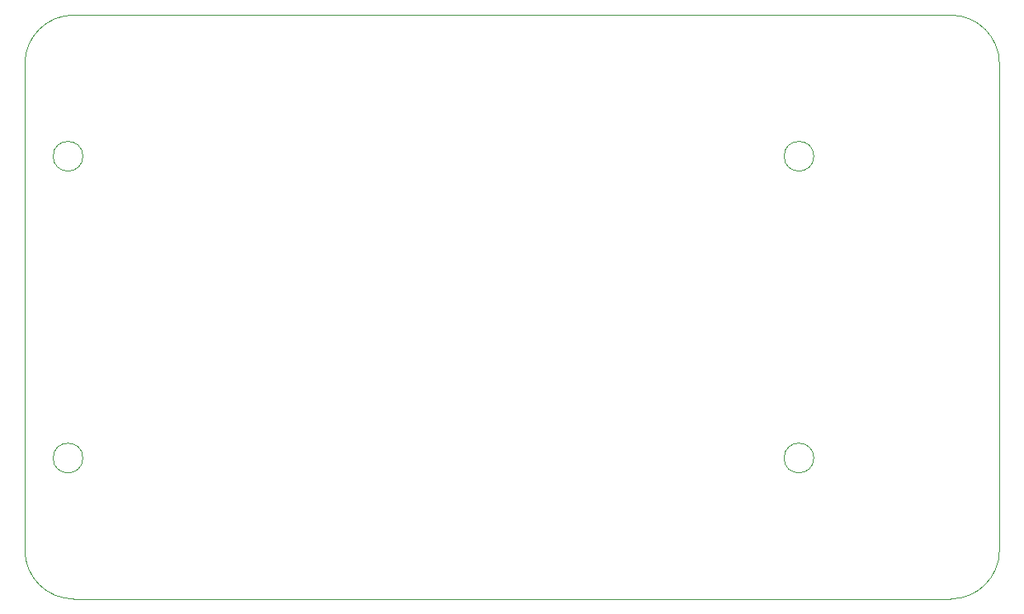
<source format=gbr>
%TF.GenerationSoftware,KiCad,Pcbnew,8.0.5*%
%TF.CreationDate,2024-10-31T00:03:13+01:00*%
%TF.ProjectId,HotPlate_Soldering,486f7450-6c61-4746-955f-536f6c646572,rev?*%
%TF.SameCoordinates,Original*%
%TF.FileFunction,Profile,NP*%
%FSLAX46Y46*%
G04 Gerber Fmt 4.6, Leading zero omitted, Abs format (unit mm)*
G04 Created by KiCad (PCBNEW 8.0.5) date 2024-10-31 00:03:13*
%MOMM*%
%LPD*%
G01*
G04 APERTURE LIST*
%TA.AperFunction,Profile*%
%ADD10C,0.100000*%
%TD*%
G04 APERTURE END LIST*
D10*
X74500000Y-83575000D02*
X164500000Y-83575000D01*
X74500000Y-143550062D02*
X164500000Y-143550062D01*
X75450000Y-129075000D02*
G75*
G02*
X72400000Y-129075000I-1525000J0D01*
G01*
X72400000Y-129075000D02*
G75*
G02*
X75450000Y-129075000I1525000J0D01*
G01*
X150450000Y-129075000D02*
G75*
G02*
X147400000Y-129075000I-1525000J0D01*
G01*
X147400000Y-129075000D02*
G75*
G02*
X150450000Y-129075000I1525000J0D01*
G01*
X69500000Y-88550062D02*
X69500000Y-138550062D01*
X164500000Y-83575000D02*
G75*
G02*
X169500000Y-88575000I0J-5000000D01*
G01*
X75450000Y-98075000D02*
G75*
G02*
X72400000Y-98075000I-1525000J0D01*
G01*
X72400000Y-98075000D02*
G75*
G02*
X75450000Y-98075000I1525000J0D01*
G01*
X169500000Y-138575000D02*
G75*
G02*
X164500000Y-143550062I-5000000J25000D01*
G01*
X150450000Y-98075000D02*
G75*
G02*
X147400000Y-98075000I-1525000J0D01*
G01*
X147400000Y-98075000D02*
G75*
G02*
X150450000Y-98075000I1525000J0D01*
G01*
X69500000Y-88550062D02*
G75*
G02*
X74500000Y-83574998I5000000J-24998D01*
G01*
X74500000Y-143550062D02*
G75*
G02*
X69500038Y-138550062I0J4999962D01*
G01*
X169500000Y-88575000D02*
X169500000Y-138575000D01*
M02*

</source>
